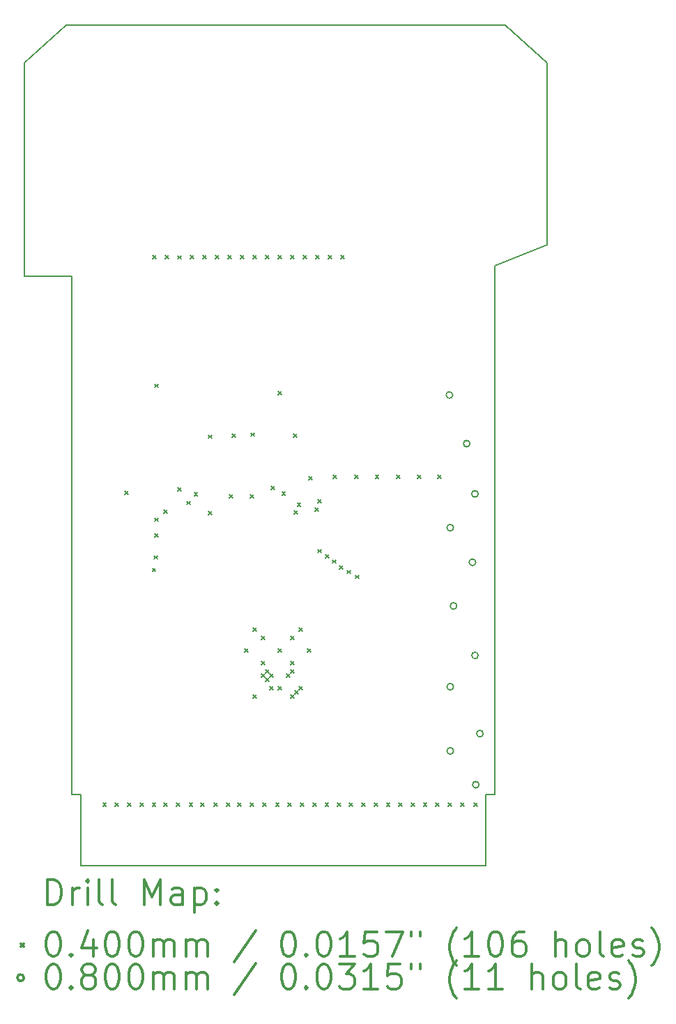
<source format=gbr>
%FSLAX45Y45*%
G04 Gerber Fmt 4.5, Leading zero omitted, Abs format (unit mm)*
G04 Created by KiCad (PCBNEW (5.1.12)-1) date 2023-01-12 22:36:24*
%MOMM*%
%LPD*%
G01*
G04 APERTURE LIST*
%TA.AperFunction,Profile*%
%ADD10C,0.150000*%
%TD*%
%ADD11C,0.200000*%
%ADD12C,0.300000*%
G04 APERTURE END LIST*
D10*
X7366000Y203200D02*
X6858000Y-254000D01*
X12700000Y203200D02*
X7366000Y203200D01*
X6858000Y-2844800D02*
X7430000Y-2844800D01*
X6858000Y-2463800D02*
X6858000Y-2844800D01*
X6858000Y-254000D02*
X6858000Y-2463800D01*
X13208000Y-254000D02*
X12700000Y203200D01*
X13208000Y-2463800D02*
X13208000Y-254000D01*
X12573000Y-2717800D02*
X13208000Y-2463800D01*
X7430000Y-9140000D02*
X7430000Y-2844800D01*
X7540000Y-9140000D02*
X7430000Y-9140000D01*
X7540000Y-10000000D02*
X7540000Y-9140000D01*
X12570000Y-9140000D02*
X12573000Y-2717800D01*
X12460000Y-9140000D02*
X12570000Y-9140000D01*
X12460000Y-10000000D02*
X12460000Y-9140000D01*
X7540000Y-10000000D02*
X12460000Y-10000000D01*
D11*
X7810000Y-9240000D02*
X7850000Y-9280000D01*
X7850000Y-9240000D02*
X7810000Y-9280000D01*
X7960000Y-9240000D02*
X8000000Y-9280000D01*
X8000000Y-9240000D02*
X7960000Y-9280000D01*
X8075000Y-5458200D02*
X8115000Y-5498200D01*
X8115000Y-5458200D02*
X8075000Y-5498200D01*
X8110000Y-9240000D02*
X8150000Y-9280000D01*
X8150000Y-9240000D02*
X8110000Y-9280000D01*
X8260000Y-9240000D02*
X8300000Y-9280000D01*
X8300000Y-9240000D02*
X8260000Y-9280000D01*
X8410000Y-6393200D02*
X8450000Y-6433200D01*
X8450000Y-6393200D02*
X8410000Y-6433200D01*
X8410000Y-9240000D02*
X8450000Y-9280000D01*
X8450000Y-9240000D02*
X8410000Y-9280000D01*
X8412800Y-2596200D02*
X8452800Y-2636200D01*
X8452800Y-2596200D02*
X8412800Y-2636200D01*
X8430000Y-6240000D02*
X8470000Y-6280000D01*
X8470000Y-6240000D02*
X8430000Y-6280000D01*
X8438200Y-4158300D02*
X8478200Y-4198300D01*
X8478200Y-4158300D02*
X8438200Y-4198300D01*
X8438200Y-5783900D02*
X8478200Y-5823900D01*
X8478200Y-5783900D02*
X8438200Y-5823900D01*
X8438200Y-5974400D02*
X8478200Y-6014400D01*
X8478200Y-5974400D02*
X8438200Y-6014400D01*
X8550000Y-9240000D02*
X8590000Y-9280000D01*
X8590000Y-9240000D02*
X8550000Y-9280000D01*
X8550001Y-5683201D02*
X8590001Y-5723201D01*
X8590001Y-5683201D02*
X8550001Y-5723201D01*
X8565200Y-2596200D02*
X8605200Y-2636200D01*
X8605200Y-2596200D02*
X8565200Y-2636200D01*
X8705000Y-9240000D02*
X8745000Y-9280000D01*
X8745000Y-9240000D02*
X8705000Y-9280000D01*
X8720000Y-2598600D02*
X8760000Y-2638600D01*
X8760000Y-2598600D02*
X8720000Y-2638600D01*
X8720000Y-5413200D02*
X8760000Y-5453200D01*
X8760000Y-5413200D02*
X8720000Y-5453200D01*
X8827806Y-5580000D02*
X8867806Y-5620000D01*
X8867806Y-5580000D02*
X8827806Y-5620000D01*
X8860000Y-9240000D02*
X8900000Y-9280000D01*
X8900000Y-9240000D02*
X8860000Y-9280000D01*
X8870000Y-2596200D02*
X8910000Y-2636200D01*
X8910000Y-2596200D02*
X8870000Y-2636200D01*
X8917807Y-5471413D02*
X8957807Y-5511413D01*
X8957807Y-5471413D02*
X8917807Y-5511413D01*
X9000000Y-9240000D02*
X9040000Y-9280000D01*
X9040000Y-9240000D02*
X9000000Y-9280000D01*
X9022400Y-2596200D02*
X9062400Y-2636200D01*
X9062400Y-2596200D02*
X9022400Y-2636200D01*
X9091000Y-4775501D02*
X9131000Y-4815501D01*
X9131000Y-4775501D02*
X9091000Y-4815501D01*
X9094090Y-5703190D02*
X9134090Y-5743190D01*
X9134090Y-5703190D02*
X9094090Y-5743190D01*
X9160000Y-9240000D02*
X9200000Y-9280000D01*
X9200000Y-9240000D02*
X9160000Y-9280000D01*
X9174800Y-2596200D02*
X9214800Y-2636200D01*
X9214800Y-2596200D02*
X9174800Y-2636200D01*
X9310000Y-9240000D02*
X9350000Y-9280000D01*
X9350000Y-9240000D02*
X9310000Y-9280000D01*
X9327200Y-2596200D02*
X9367200Y-2636200D01*
X9367200Y-2596200D02*
X9327200Y-2636200D01*
X9345000Y-5499400D02*
X9385000Y-5539400D01*
X9385000Y-5499400D02*
X9345000Y-5539400D01*
X9377652Y-4760000D02*
X9417652Y-4800000D01*
X9417652Y-4760000D02*
X9377652Y-4800000D01*
X9450000Y-9240000D02*
X9490000Y-9280000D01*
X9490000Y-9240000D02*
X9450000Y-9280000D01*
X9479600Y-2596200D02*
X9519600Y-2636200D01*
X9519600Y-2596200D02*
X9479600Y-2636200D01*
X9530401Y-7371400D02*
X9570401Y-7411400D01*
X9570401Y-7371400D02*
X9530401Y-7411400D01*
X9599000Y-5499400D02*
X9639000Y-5539400D01*
X9639000Y-5499400D02*
X9599000Y-5539400D01*
X9600000Y-9240000D02*
X9640000Y-9280000D01*
X9640000Y-9240000D02*
X9600000Y-9280000D01*
X9608492Y-4750420D02*
X9648492Y-4790420D01*
X9648492Y-4750420D02*
X9608492Y-4790420D01*
X9632000Y-2596200D02*
X9672000Y-2636200D01*
X9672000Y-2596200D02*
X9632000Y-2636200D01*
X9632000Y-7117400D02*
X9672000Y-7157400D01*
X9672000Y-7117400D02*
X9632000Y-7157400D01*
X9632000Y-7117400D02*
X9672000Y-7157400D01*
X9672000Y-7117400D02*
X9632000Y-7157400D01*
X9632000Y-7930200D02*
X9672000Y-7970200D01*
X9672000Y-7930200D02*
X9632000Y-7970200D01*
X9733600Y-7219000D02*
X9773600Y-7259000D01*
X9773600Y-7219000D02*
X9733600Y-7259000D01*
X9733600Y-7523800D02*
X9773600Y-7563800D01*
X9773600Y-7523800D02*
X9733600Y-7563800D01*
X9733600Y-7676200D02*
X9773600Y-7716200D01*
X9773600Y-7676200D02*
X9733600Y-7716200D01*
X9750000Y-9240000D02*
X9790000Y-9280000D01*
X9790000Y-9240000D02*
X9750000Y-9280000D01*
X9784400Y-2596200D02*
X9824400Y-2636200D01*
X9824400Y-2596200D02*
X9784400Y-2636200D01*
X9784400Y-7625400D02*
X9824400Y-7665400D01*
X9824400Y-7625400D02*
X9784400Y-7665400D01*
X9784400Y-7727000D02*
X9824400Y-7767000D01*
X9824400Y-7727000D02*
X9784400Y-7767000D01*
X9835200Y-7676200D02*
X9875200Y-7716200D01*
X9875200Y-7676200D02*
X9835200Y-7716200D01*
X9835200Y-7828600D02*
X9875200Y-7868600D01*
X9875200Y-7828600D02*
X9835200Y-7868600D01*
X9853000Y-5397800D02*
X9893000Y-5437800D01*
X9893000Y-5397800D02*
X9853000Y-5437800D01*
X9910000Y-9240000D02*
X9950000Y-9280000D01*
X9950000Y-9240000D02*
X9910000Y-9280000D01*
X9936300Y-4246700D02*
X9976300Y-4286700D01*
X9976300Y-4246700D02*
X9936300Y-4286700D01*
X9936800Y-2596200D02*
X9976800Y-2636200D01*
X9976800Y-2596200D02*
X9936800Y-2636200D01*
X9936800Y-7371400D02*
X9976800Y-7411400D01*
X9976800Y-7371400D02*
X9936800Y-7411400D01*
X9936800Y-7828600D02*
X9976800Y-7868600D01*
X9976800Y-7828600D02*
X9936800Y-7868600D01*
X9985600Y-5464400D02*
X10025600Y-5504400D01*
X10025600Y-5464400D02*
X9985600Y-5504400D01*
X10038400Y-7676200D02*
X10078400Y-7716200D01*
X10078400Y-7676200D02*
X10038400Y-7716200D01*
X10060000Y-9240000D02*
X10100000Y-9280000D01*
X10100000Y-9240000D02*
X10060000Y-9280000D01*
X10089200Y-2596200D02*
X10129200Y-2636200D01*
X10129200Y-2596200D02*
X10089200Y-2636200D01*
X10089200Y-7219000D02*
X10129200Y-7259000D01*
X10129200Y-7219000D02*
X10089200Y-7259000D01*
X10089200Y-7523800D02*
X10129200Y-7563800D01*
X10129200Y-7523800D02*
X10089200Y-7563800D01*
X10089200Y-7625400D02*
X10129200Y-7665400D01*
X10129200Y-7625400D02*
X10089200Y-7665400D01*
X10089200Y-7930200D02*
X10129200Y-7970200D01*
X10129200Y-7930200D02*
X10089200Y-7970200D01*
X10128401Y-4760000D02*
X10168401Y-4800000D01*
X10168401Y-4760000D02*
X10128401Y-4800000D01*
X10135616Y-5691522D02*
X10175616Y-5731522D01*
X10175616Y-5691522D02*
X10135616Y-5731522D01*
X10140000Y-7879400D02*
X10180000Y-7919400D01*
X10180000Y-7879400D02*
X10140000Y-7919400D01*
X10171176Y-5598057D02*
X10211176Y-5638057D01*
X10211176Y-5598057D02*
X10171176Y-5638057D01*
X10190800Y-7117400D02*
X10230800Y-7157400D01*
X10230800Y-7117400D02*
X10190800Y-7157400D01*
X10190800Y-7828600D02*
X10230800Y-7868600D01*
X10230800Y-7828600D02*
X10190800Y-7868600D01*
X10210000Y-9240000D02*
X10250000Y-9280000D01*
X10250000Y-9240000D02*
X10210000Y-9280000D01*
X10241600Y-2596200D02*
X10281600Y-2636200D01*
X10281600Y-2596200D02*
X10241600Y-2636200D01*
X10292402Y-7371400D02*
X10332402Y-7411400D01*
X10332402Y-7371400D02*
X10292402Y-7411400D01*
X10310100Y-5280900D02*
X10350100Y-5320900D01*
X10350100Y-5280900D02*
X10310100Y-5320900D01*
X10360000Y-9240000D02*
X10400000Y-9280000D01*
X10400000Y-9240000D02*
X10360000Y-9280000D01*
X10390000Y-5660000D02*
X10430000Y-5700000D01*
X10430000Y-5660000D02*
X10390000Y-5700000D01*
X10394000Y-2596200D02*
X10434000Y-2636200D01*
X10434000Y-2596200D02*
X10394000Y-2636200D01*
X10419400Y-6164900D02*
X10459400Y-6204900D01*
X10459400Y-6164900D02*
X10419400Y-6204900D01*
X10420000Y-5560000D02*
X10460000Y-5600000D01*
X10460000Y-5560000D02*
X10420000Y-5600000D01*
X10510000Y-9240000D02*
X10550000Y-9280000D01*
X10550000Y-9240000D02*
X10510000Y-9280000D01*
X10514650Y-6228400D02*
X10554650Y-6268400D01*
X10554650Y-6228400D02*
X10514650Y-6268400D01*
X10546401Y-2596201D02*
X10586401Y-2636201D01*
X10586401Y-2596201D02*
X10546401Y-2636201D01*
X10597200Y-6291900D02*
X10637200Y-6331900D01*
X10637200Y-6291900D02*
X10597200Y-6331900D01*
X10610000Y-5260000D02*
X10650000Y-5300000D01*
X10650000Y-5260000D02*
X10610000Y-5300000D01*
X10660000Y-9240000D02*
X10700000Y-9280000D01*
X10700000Y-9240000D02*
X10660000Y-9280000D01*
X10686100Y-6361750D02*
X10726100Y-6401750D01*
X10726100Y-6361750D02*
X10686100Y-6401750D01*
X10698800Y-2596198D02*
X10738800Y-2636198D01*
X10738800Y-2596198D02*
X10698800Y-2636198D01*
X10776101Y-6418900D02*
X10816101Y-6458900D01*
X10816101Y-6418900D02*
X10776101Y-6458900D01*
X10805000Y-9240000D02*
X10845000Y-9280000D01*
X10845000Y-9240000D02*
X10805000Y-9280000D01*
X10870000Y-5260000D02*
X10910000Y-5300000D01*
X10910000Y-5260000D02*
X10870000Y-5300000D01*
X10880261Y-6478079D02*
X10920261Y-6518079D01*
X10920261Y-6478079D02*
X10880261Y-6518079D01*
X10955000Y-9240000D02*
X10995000Y-9280000D01*
X10995000Y-9240000D02*
X10955000Y-9280000D01*
X11105000Y-9240000D02*
X11145000Y-9280000D01*
X11145000Y-9240000D02*
X11105000Y-9280000D01*
X11120000Y-5260000D02*
X11160000Y-5300000D01*
X11160000Y-5260000D02*
X11120000Y-5300000D01*
X11255000Y-9240000D02*
X11295000Y-9280000D01*
X11295000Y-9240000D02*
X11255000Y-9280000D01*
X11380000Y-5260000D02*
X11420000Y-5300000D01*
X11420000Y-5260000D02*
X11380000Y-5300000D01*
X11405000Y-9240000D02*
X11445000Y-9280000D01*
X11445000Y-9240000D02*
X11405000Y-9280000D01*
X11555000Y-9240000D02*
X11595000Y-9280000D01*
X11595000Y-9240000D02*
X11555000Y-9280000D01*
X11630000Y-5260000D02*
X11670000Y-5300000D01*
X11670000Y-5260000D02*
X11630000Y-5300000D01*
X11705000Y-9240000D02*
X11745000Y-9280000D01*
X11745000Y-9240000D02*
X11705000Y-9280000D01*
X11855000Y-9240000D02*
X11895000Y-9280000D01*
X11895000Y-9240000D02*
X11855000Y-9280000D01*
X11880000Y-5260000D02*
X11920000Y-5300000D01*
X11920000Y-5260000D02*
X11880000Y-5300000D01*
X12005000Y-9240000D02*
X12045000Y-9280000D01*
X12045000Y-9240000D02*
X12005000Y-9280000D01*
X12155000Y-9240000D02*
X12195000Y-9280000D01*
X12195000Y-9240000D02*
X12155000Y-9280000D01*
X12320000Y-9240000D02*
X12360000Y-9280000D01*
X12360000Y-9240000D02*
X12320000Y-9280000D01*
X12060000Y-4290000D02*
G75*
G03*
X12060000Y-4290000I-40000J0D01*
G01*
X12070000Y-5900000D02*
G75*
G03*
X12070000Y-5900000I-40000J0D01*
G01*
X12070000Y-7830000D02*
G75*
G03*
X12070000Y-7830000I-40000J0D01*
G01*
X12070000Y-8610000D02*
G75*
G03*
X12070000Y-8610000I-40000J0D01*
G01*
X12110000Y-6850000D02*
G75*
G03*
X12110000Y-6850000I-40000J0D01*
G01*
X12270000Y-4880000D02*
G75*
G03*
X12270000Y-4880000I-40000J0D01*
G01*
X12340000Y-6320000D02*
G75*
G03*
X12340000Y-6320000I-40000J0D01*
G01*
X12370000Y-5490000D02*
G75*
G03*
X12370000Y-5490000I-40000J0D01*
G01*
X12370000Y-7450000D02*
G75*
G03*
X12370000Y-7450000I-40000J0D01*
G01*
X12380000Y-9020000D02*
G75*
G03*
X12380000Y-9020000I-40000J0D01*
G01*
X12430000Y-8400000D02*
G75*
G03*
X12430000Y-8400000I-40000J0D01*
G01*
D12*
X7136928Y-10473214D02*
X7136928Y-10173214D01*
X7208357Y-10173214D01*
X7251214Y-10187500D01*
X7279786Y-10216072D01*
X7294071Y-10244643D01*
X7308357Y-10301786D01*
X7308357Y-10344643D01*
X7294071Y-10401786D01*
X7279786Y-10430357D01*
X7251214Y-10458929D01*
X7208357Y-10473214D01*
X7136928Y-10473214D01*
X7436928Y-10473214D02*
X7436928Y-10273214D01*
X7436928Y-10330357D02*
X7451214Y-10301786D01*
X7465500Y-10287500D01*
X7494071Y-10273214D01*
X7522643Y-10273214D01*
X7622643Y-10473214D02*
X7622643Y-10273214D01*
X7622643Y-10173214D02*
X7608357Y-10187500D01*
X7622643Y-10201786D01*
X7636928Y-10187500D01*
X7622643Y-10173214D01*
X7622643Y-10201786D01*
X7808357Y-10473214D02*
X7779786Y-10458929D01*
X7765500Y-10430357D01*
X7765500Y-10173214D01*
X7965500Y-10473214D02*
X7936928Y-10458929D01*
X7922643Y-10430357D01*
X7922643Y-10173214D01*
X8308357Y-10473214D02*
X8308357Y-10173214D01*
X8408357Y-10387500D01*
X8508357Y-10173214D01*
X8508357Y-10473214D01*
X8779786Y-10473214D02*
X8779786Y-10316072D01*
X8765500Y-10287500D01*
X8736928Y-10273214D01*
X8679786Y-10273214D01*
X8651214Y-10287500D01*
X8779786Y-10458929D02*
X8751214Y-10473214D01*
X8679786Y-10473214D01*
X8651214Y-10458929D01*
X8636928Y-10430357D01*
X8636928Y-10401786D01*
X8651214Y-10373214D01*
X8679786Y-10358929D01*
X8751214Y-10358929D01*
X8779786Y-10344643D01*
X8922643Y-10273214D02*
X8922643Y-10573214D01*
X8922643Y-10287500D02*
X8951214Y-10273214D01*
X9008357Y-10273214D01*
X9036928Y-10287500D01*
X9051214Y-10301786D01*
X9065500Y-10330357D01*
X9065500Y-10416072D01*
X9051214Y-10444643D01*
X9036928Y-10458929D01*
X9008357Y-10473214D01*
X8951214Y-10473214D01*
X8922643Y-10458929D01*
X9194071Y-10444643D02*
X9208357Y-10458929D01*
X9194071Y-10473214D01*
X9179786Y-10458929D01*
X9194071Y-10444643D01*
X9194071Y-10473214D01*
X9194071Y-10287500D02*
X9208357Y-10301786D01*
X9194071Y-10316072D01*
X9179786Y-10301786D01*
X9194071Y-10287500D01*
X9194071Y-10316072D01*
X6810500Y-10947500D02*
X6850500Y-10987500D01*
X6850500Y-10947500D02*
X6810500Y-10987500D01*
X7194071Y-10803214D02*
X7222643Y-10803214D01*
X7251214Y-10817500D01*
X7265500Y-10831786D01*
X7279786Y-10860357D01*
X7294071Y-10917500D01*
X7294071Y-10988929D01*
X7279786Y-11046072D01*
X7265500Y-11074643D01*
X7251214Y-11088929D01*
X7222643Y-11103214D01*
X7194071Y-11103214D01*
X7165500Y-11088929D01*
X7151214Y-11074643D01*
X7136928Y-11046072D01*
X7122643Y-10988929D01*
X7122643Y-10917500D01*
X7136928Y-10860357D01*
X7151214Y-10831786D01*
X7165500Y-10817500D01*
X7194071Y-10803214D01*
X7422643Y-11074643D02*
X7436928Y-11088929D01*
X7422643Y-11103214D01*
X7408357Y-11088929D01*
X7422643Y-11074643D01*
X7422643Y-11103214D01*
X7694071Y-10903214D02*
X7694071Y-11103214D01*
X7622643Y-10788929D02*
X7551214Y-11003214D01*
X7736928Y-11003214D01*
X7908357Y-10803214D02*
X7936928Y-10803214D01*
X7965500Y-10817500D01*
X7979786Y-10831786D01*
X7994071Y-10860357D01*
X8008357Y-10917500D01*
X8008357Y-10988929D01*
X7994071Y-11046072D01*
X7979786Y-11074643D01*
X7965500Y-11088929D01*
X7936928Y-11103214D01*
X7908357Y-11103214D01*
X7879786Y-11088929D01*
X7865500Y-11074643D01*
X7851214Y-11046072D01*
X7836928Y-10988929D01*
X7836928Y-10917500D01*
X7851214Y-10860357D01*
X7865500Y-10831786D01*
X7879786Y-10817500D01*
X7908357Y-10803214D01*
X8194071Y-10803214D02*
X8222643Y-10803214D01*
X8251214Y-10817500D01*
X8265500Y-10831786D01*
X8279786Y-10860357D01*
X8294071Y-10917500D01*
X8294071Y-10988929D01*
X8279786Y-11046072D01*
X8265500Y-11074643D01*
X8251214Y-11088929D01*
X8222643Y-11103214D01*
X8194071Y-11103214D01*
X8165500Y-11088929D01*
X8151214Y-11074643D01*
X8136928Y-11046072D01*
X8122643Y-10988929D01*
X8122643Y-10917500D01*
X8136928Y-10860357D01*
X8151214Y-10831786D01*
X8165500Y-10817500D01*
X8194071Y-10803214D01*
X8422643Y-11103214D02*
X8422643Y-10903214D01*
X8422643Y-10931786D02*
X8436928Y-10917500D01*
X8465500Y-10903214D01*
X8508357Y-10903214D01*
X8536928Y-10917500D01*
X8551214Y-10946072D01*
X8551214Y-11103214D01*
X8551214Y-10946072D02*
X8565500Y-10917500D01*
X8594071Y-10903214D01*
X8636928Y-10903214D01*
X8665500Y-10917500D01*
X8679786Y-10946072D01*
X8679786Y-11103214D01*
X8822643Y-11103214D02*
X8822643Y-10903214D01*
X8822643Y-10931786D02*
X8836928Y-10917500D01*
X8865500Y-10903214D01*
X8908357Y-10903214D01*
X8936928Y-10917500D01*
X8951214Y-10946072D01*
X8951214Y-11103214D01*
X8951214Y-10946072D02*
X8965500Y-10917500D01*
X8994071Y-10903214D01*
X9036928Y-10903214D01*
X9065500Y-10917500D01*
X9079786Y-10946072D01*
X9079786Y-11103214D01*
X9665500Y-10788929D02*
X9408357Y-11174643D01*
X10051214Y-10803214D02*
X10079786Y-10803214D01*
X10108357Y-10817500D01*
X10122643Y-10831786D01*
X10136928Y-10860357D01*
X10151214Y-10917500D01*
X10151214Y-10988929D01*
X10136928Y-11046072D01*
X10122643Y-11074643D01*
X10108357Y-11088929D01*
X10079786Y-11103214D01*
X10051214Y-11103214D01*
X10022643Y-11088929D01*
X10008357Y-11074643D01*
X9994071Y-11046072D01*
X9979786Y-10988929D01*
X9979786Y-10917500D01*
X9994071Y-10860357D01*
X10008357Y-10831786D01*
X10022643Y-10817500D01*
X10051214Y-10803214D01*
X10279786Y-11074643D02*
X10294071Y-11088929D01*
X10279786Y-11103214D01*
X10265500Y-11088929D01*
X10279786Y-11074643D01*
X10279786Y-11103214D01*
X10479786Y-10803214D02*
X10508357Y-10803214D01*
X10536928Y-10817500D01*
X10551214Y-10831786D01*
X10565500Y-10860357D01*
X10579786Y-10917500D01*
X10579786Y-10988929D01*
X10565500Y-11046072D01*
X10551214Y-11074643D01*
X10536928Y-11088929D01*
X10508357Y-11103214D01*
X10479786Y-11103214D01*
X10451214Y-11088929D01*
X10436928Y-11074643D01*
X10422643Y-11046072D01*
X10408357Y-10988929D01*
X10408357Y-10917500D01*
X10422643Y-10860357D01*
X10436928Y-10831786D01*
X10451214Y-10817500D01*
X10479786Y-10803214D01*
X10865500Y-11103214D02*
X10694071Y-11103214D01*
X10779786Y-11103214D02*
X10779786Y-10803214D01*
X10751214Y-10846072D01*
X10722643Y-10874643D01*
X10694071Y-10888929D01*
X11136928Y-10803214D02*
X10994071Y-10803214D01*
X10979786Y-10946072D01*
X10994071Y-10931786D01*
X11022643Y-10917500D01*
X11094071Y-10917500D01*
X11122643Y-10931786D01*
X11136928Y-10946072D01*
X11151214Y-10974643D01*
X11151214Y-11046072D01*
X11136928Y-11074643D01*
X11122643Y-11088929D01*
X11094071Y-11103214D01*
X11022643Y-11103214D01*
X10994071Y-11088929D01*
X10979786Y-11074643D01*
X11251214Y-10803214D02*
X11451214Y-10803214D01*
X11322643Y-11103214D01*
X11551214Y-10803214D02*
X11551214Y-10860357D01*
X11665500Y-10803214D02*
X11665500Y-10860357D01*
X12108357Y-11217500D02*
X12094071Y-11203214D01*
X12065500Y-11160357D01*
X12051214Y-11131786D01*
X12036928Y-11088929D01*
X12022643Y-11017500D01*
X12022643Y-10960357D01*
X12036928Y-10888929D01*
X12051214Y-10846072D01*
X12065500Y-10817500D01*
X12094071Y-10774643D01*
X12108357Y-10760357D01*
X12379786Y-11103214D02*
X12208357Y-11103214D01*
X12294071Y-11103214D02*
X12294071Y-10803214D01*
X12265500Y-10846072D01*
X12236928Y-10874643D01*
X12208357Y-10888929D01*
X12565500Y-10803214D02*
X12594071Y-10803214D01*
X12622643Y-10817500D01*
X12636928Y-10831786D01*
X12651214Y-10860357D01*
X12665500Y-10917500D01*
X12665500Y-10988929D01*
X12651214Y-11046072D01*
X12636928Y-11074643D01*
X12622643Y-11088929D01*
X12594071Y-11103214D01*
X12565500Y-11103214D01*
X12536928Y-11088929D01*
X12522643Y-11074643D01*
X12508357Y-11046072D01*
X12494071Y-10988929D01*
X12494071Y-10917500D01*
X12508357Y-10860357D01*
X12522643Y-10831786D01*
X12536928Y-10817500D01*
X12565500Y-10803214D01*
X12922643Y-10803214D02*
X12865500Y-10803214D01*
X12836928Y-10817500D01*
X12822643Y-10831786D01*
X12794071Y-10874643D01*
X12779786Y-10931786D01*
X12779786Y-11046072D01*
X12794071Y-11074643D01*
X12808357Y-11088929D01*
X12836928Y-11103214D01*
X12894071Y-11103214D01*
X12922643Y-11088929D01*
X12936928Y-11074643D01*
X12951214Y-11046072D01*
X12951214Y-10974643D01*
X12936928Y-10946072D01*
X12922643Y-10931786D01*
X12894071Y-10917500D01*
X12836928Y-10917500D01*
X12808357Y-10931786D01*
X12794071Y-10946072D01*
X12779786Y-10974643D01*
X13308357Y-11103214D02*
X13308357Y-10803214D01*
X13436928Y-11103214D02*
X13436928Y-10946072D01*
X13422643Y-10917500D01*
X13394071Y-10903214D01*
X13351214Y-10903214D01*
X13322643Y-10917500D01*
X13308357Y-10931786D01*
X13622643Y-11103214D02*
X13594071Y-11088929D01*
X13579786Y-11074643D01*
X13565500Y-11046072D01*
X13565500Y-10960357D01*
X13579786Y-10931786D01*
X13594071Y-10917500D01*
X13622643Y-10903214D01*
X13665500Y-10903214D01*
X13694071Y-10917500D01*
X13708357Y-10931786D01*
X13722643Y-10960357D01*
X13722643Y-11046072D01*
X13708357Y-11074643D01*
X13694071Y-11088929D01*
X13665500Y-11103214D01*
X13622643Y-11103214D01*
X13894071Y-11103214D02*
X13865500Y-11088929D01*
X13851214Y-11060357D01*
X13851214Y-10803214D01*
X14122643Y-11088929D02*
X14094071Y-11103214D01*
X14036928Y-11103214D01*
X14008357Y-11088929D01*
X13994071Y-11060357D01*
X13994071Y-10946072D01*
X14008357Y-10917500D01*
X14036928Y-10903214D01*
X14094071Y-10903214D01*
X14122643Y-10917500D01*
X14136928Y-10946072D01*
X14136928Y-10974643D01*
X13994071Y-11003214D01*
X14251214Y-11088929D02*
X14279786Y-11103214D01*
X14336928Y-11103214D01*
X14365500Y-11088929D01*
X14379786Y-11060357D01*
X14379786Y-11046072D01*
X14365500Y-11017500D01*
X14336928Y-11003214D01*
X14294071Y-11003214D01*
X14265500Y-10988929D01*
X14251214Y-10960357D01*
X14251214Y-10946072D01*
X14265500Y-10917500D01*
X14294071Y-10903214D01*
X14336928Y-10903214D01*
X14365500Y-10917500D01*
X14479786Y-11217500D02*
X14494071Y-11203214D01*
X14522643Y-11160357D01*
X14536928Y-11131786D01*
X14551214Y-11088929D01*
X14565500Y-11017500D01*
X14565500Y-10960357D01*
X14551214Y-10888929D01*
X14536928Y-10846072D01*
X14522643Y-10817500D01*
X14494071Y-10774643D01*
X14479786Y-10760357D01*
X6850500Y-11363500D02*
G75*
G03*
X6850500Y-11363500I-40000J0D01*
G01*
X7194071Y-11199214D02*
X7222643Y-11199214D01*
X7251214Y-11213500D01*
X7265500Y-11227786D01*
X7279786Y-11256357D01*
X7294071Y-11313500D01*
X7294071Y-11384929D01*
X7279786Y-11442071D01*
X7265500Y-11470643D01*
X7251214Y-11484929D01*
X7222643Y-11499214D01*
X7194071Y-11499214D01*
X7165500Y-11484929D01*
X7151214Y-11470643D01*
X7136928Y-11442071D01*
X7122643Y-11384929D01*
X7122643Y-11313500D01*
X7136928Y-11256357D01*
X7151214Y-11227786D01*
X7165500Y-11213500D01*
X7194071Y-11199214D01*
X7422643Y-11470643D02*
X7436928Y-11484929D01*
X7422643Y-11499214D01*
X7408357Y-11484929D01*
X7422643Y-11470643D01*
X7422643Y-11499214D01*
X7608357Y-11327786D02*
X7579786Y-11313500D01*
X7565500Y-11299214D01*
X7551214Y-11270643D01*
X7551214Y-11256357D01*
X7565500Y-11227786D01*
X7579786Y-11213500D01*
X7608357Y-11199214D01*
X7665500Y-11199214D01*
X7694071Y-11213500D01*
X7708357Y-11227786D01*
X7722643Y-11256357D01*
X7722643Y-11270643D01*
X7708357Y-11299214D01*
X7694071Y-11313500D01*
X7665500Y-11327786D01*
X7608357Y-11327786D01*
X7579786Y-11342071D01*
X7565500Y-11356357D01*
X7551214Y-11384929D01*
X7551214Y-11442071D01*
X7565500Y-11470643D01*
X7579786Y-11484929D01*
X7608357Y-11499214D01*
X7665500Y-11499214D01*
X7694071Y-11484929D01*
X7708357Y-11470643D01*
X7722643Y-11442071D01*
X7722643Y-11384929D01*
X7708357Y-11356357D01*
X7694071Y-11342071D01*
X7665500Y-11327786D01*
X7908357Y-11199214D02*
X7936928Y-11199214D01*
X7965500Y-11213500D01*
X7979786Y-11227786D01*
X7994071Y-11256357D01*
X8008357Y-11313500D01*
X8008357Y-11384929D01*
X7994071Y-11442071D01*
X7979786Y-11470643D01*
X7965500Y-11484929D01*
X7936928Y-11499214D01*
X7908357Y-11499214D01*
X7879786Y-11484929D01*
X7865500Y-11470643D01*
X7851214Y-11442071D01*
X7836928Y-11384929D01*
X7836928Y-11313500D01*
X7851214Y-11256357D01*
X7865500Y-11227786D01*
X7879786Y-11213500D01*
X7908357Y-11199214D01*
X8194071Y-11199214D02*
X8222643Y-11199214D01*
X8251214Y-11213500D01*
X8265500Y-11227786D01*
X8279786Y-11256357D01*
X8294071Y-11313500D01*
X8294071Y-11384929D01*
X8279786Y-11442071D01*
X8265500Y-11470643D01*
X8251214Y-11484929D01*
X8222643Y-11499214D01*
X8194071Y-11499214D01*
X8165500Y-11484929D01*
X8151214Y-11470643D01*
X8136928Y-11442071D01*
X8122643Y-11384929D01*
X8122643Y-11313500D01*
X8136928Y-11256357D01*
X8151214Y-11227786D01*
X8165500Y-11213500D01*
X8194071Y-11199214D01*
X8422643Y-11499214D02*
X8422643Y-11299214D01*
X8422643Y-11327786D02*
X8436928Y-11313500D01*
X8465500Y-11299214D01*
X8508357Y-11299214D01*
X8536928Y-11313500D01*
X8551214Y-11342071D01*
X8551214Y-11499214D01*
X8551214Y-11342071D02*
X8565500Y-11313500D01*
X8594071Y-11299214D01*
X8636928Y-11299214D01*
X8665500Y-11313500D01*
X8679786Y-11342071D01*
X8679786Y-11499214D01*
X8822643Y-11499214D02*
X8822643Y-11299214D01*
X8822643Y-11327786D02*
X8836928Y-11313500D01*
X8865500Y-11299214D01*
X8908357Y-11299214D01*
X8936928Y-11313500D01*
X8951214Y-11342071D01*
X8951214Y-11499214D01*
X8951214Y-11342071D02*
X8965500Y-11313500D01*
X8994071Y-11299214D01*
X9036928Y-11299214D01*
X9065500Y-11313500D01*
X9079786Y-11342071D01*
X9079786Y-11499214D01*
X9665500Y-11184929D02*
X9408357Y-11570643D01*
X10051214Y-11199214D02*
X10079786Y-11199214D01*
X10108357Y-11213500D01*
X10122643Y-11227786D01*
X10136928Y-11256357D01*
X10151214Y-11313500D01*
X10151214Y-11384929D01*
X10136928Y-11442071D01*
X10122643Y-11470643D01*
X10108357Y-11484929D01*
X10079786Y-11499214D01*
X10051214Y-11499214D01*
X10022643Y-11484929D01*
X10008357Y-11470643D01*
X9994071Y-11442071D01*
X9979786Y-11384929D01*
X9979786Y-11313500D01*
X9994071Y-11256357D01*
X10008357Y-11227786D01*
X10022643Y-11213500D01*
X10051214Y-11199214D01*
X10279786Y-11470643D02*
X10294071Y-11484929D01*
X10279786Y-11499214D01*
X10265500Y-11484929D01*
X10279786Y-11470643D01*
X10279786Y-11499214D01*
X10479786Y-11199214D02*
X10508357Y-11199214D01*
X10536928Y-11213500D01*
X10551214Y-11227786D01*
X10565500Y-11256357D01*
X10579786Y-11313500D01*
X10579786Y-11384929D01*
X10565500Y-11442071D01*
X10551214Y-11470643D01*
X10536928Y-11484929D01*
X10508357Y-11499214D01*
X10479786Y-11499214D01*
X10451214Y-11484929D01*
X10436928Y-11470643D01*
X10422643Y-11442071D01*
X10408357Y-11384929D01*
X10408357Y-11313500D01*
X10422643Y-11256357D01*
X10436928Y-11227786D01*
X10451214Y-11213500D01*
X10479786Y-11199214D01*
X10679786Y-11199214D02*
X10865500Y-11199214D01*
X10765500Y-11313500D01*
X10808357Y-11313500D01*
X10836928Y-11327786D01*
X10851214Y-11342071D01*
X10865500Y-11370643D01*
X10865500Y-11442071D01*
X10851214Y-11470643D01*
X10836928Y-11484929D01*
X10808357Y-11499214D01*
X10722643Y-11499214D01*
X10694071Y-11484929D01*
X10679786Y-11470643D01*
X11151214Y-11499214D02*
X10979786Y-11499214D01*
X11065500Y-11499214D02*
X11065500Y-11199214D01*
X11036928Y-11242071D01*
X11008357Y-11270643D01*
X10979786Y-11284929D01*
X11422643Y-11199214D02*
X11279786Y-11199214D01*
X11265500Y-11342071D01*
X11279786Y-11327786D01*
X11308357Y-11313500D01*
X11379786Y-11313500D01*
X11408357Y-11327786D01*
X11422643Y-11342071D01*
X11436928Y-11370643D01*
X11436928Y-11442071D01*
X11422643Y-11470643D01*
X11408357Y-11484929D01*
X11379786Y-11499214D01*
X11308357Y-11499214D01*
X11279786Y-11484929D01*
X11265500Y-11470643D01*
X11551214Y-11199214D02*
X11551214Y-11256357D01*
X11665500Y-11199214D02*
X11665500Y-11256357D01*
X12108357Y-11613500D02*
X12094071Y-11599214D01*
X12065500Y-11556357D01*
X12051214Y-11527786D01*
X12036928Y-11484929D01*
X12022643Y-11413500D01*
X12022643Y-11356357D01*
X12036928Y-11284929D01*
X12051214Y-11242071D01*
X12065500Y-11213500D01*
X12094071Y-11170643D01*
X12108357Y-11156357D01*
X12379786Y-11499214D02*
X12208357Y-11499214D01*
X12294071Y-11499214D02*
X12294071Y-11199214D01*
X12265500Y-11242071D01*
X12236928Y-11270643D01*
X12208357Y-11284929D01*
X12665500Y-11499214D02*
X12494071Y-11499214D01*
X12579786Y-11499214D02*
X12579786Y-11199214D01*
X12551214Y-11242071D01*
X12522643Y-11270643D01*
X12494071Y-11284929D01*
X13022643Y-11499214D02*
X13022643Y-11199214D01*
X13151214Y-11499214D02*
X13151214Y-11342071D01*
X13136928Y-11313500D01*
X13108357Y-11299214D01*
X13065500Y-11299214D01*
X13036928Y-11313500D01*
X13022643Y-11327786D01*
X13336928Y-11499214D02*
X13308357Y-11484929D01*
X13294071Y-11470643D01*
X13279786Y-11442071D01*
X13279786Y-11356357D01*
X13294071Y-11327786D01*
X13308357Y-11313500D01*
X13336928Y-11299214D01*
X13379786Y-11299214D01*
X13408357Y-11313500D01*
X13422643Y-11327786D01*
X13436928Y-11356357D01*
X13436928Y-11442071D01*
X13422643Y-11470643D01*
X13408357Y-11484929D01*
X13379786Y-11499214D01*
X13336928Y-11499214D01*
X13608357Y-11499214D02*
X13579786Y-11484929D01*
X13565500Y-11456357D01*
X13565500Y-11199214D01*
X13836928Y-11484929D02*
X13808357Y-11499214D01*
X13751214Y-11499214D01*
X13722643Y-11484929D01*
X13708357Y-11456357D01*
X13708357Y-11342071D01*
X13722643Y-11313500D01*
X13751214Y-11299214D01*
X13808357Y-11299214D01*
X13836928Y-11313500D01*
X13851214Y-11342071D01*
X13851214Y-11370643D01*
X13708357Y-11399214D01*
X13965500Y-11484929D02*
X13994071Y-11499214D01*
X14051214Y-11499214D01*
X14079786Y-11484929D01*
X14094071Y-11456357D01*
X14094071Y-11442071D01*
X14079786Y-11413500D01*
X14051214Y-11399214D01*
X14008357Y-11399214D01*
X13979786Y-11384929D01*
X13965500Y-11356357D01*
X13965500Y-11342071D01*
X13979786Y-11313500D01*
X14008357Y-11299214D01*
X14051214Y-11299214D01*
X14079786Y-11313500D01*
X14194071Y-11613500D02*
X14208357Y-11599214D01*
X14236928Y-11556357D01*
X14251214Y-11527786D01*
X14265500Y-11484929D01*
X14279786Y-11413500D01*
X14279786Y-11356357D01*
X14265500Y-11284929D01*
X14251214Y-11242071D01*
X14236928Y-11213500D01*
X14208357Y-11170643D01*
X14194071Y-11156357D01*
M02*

</source>
